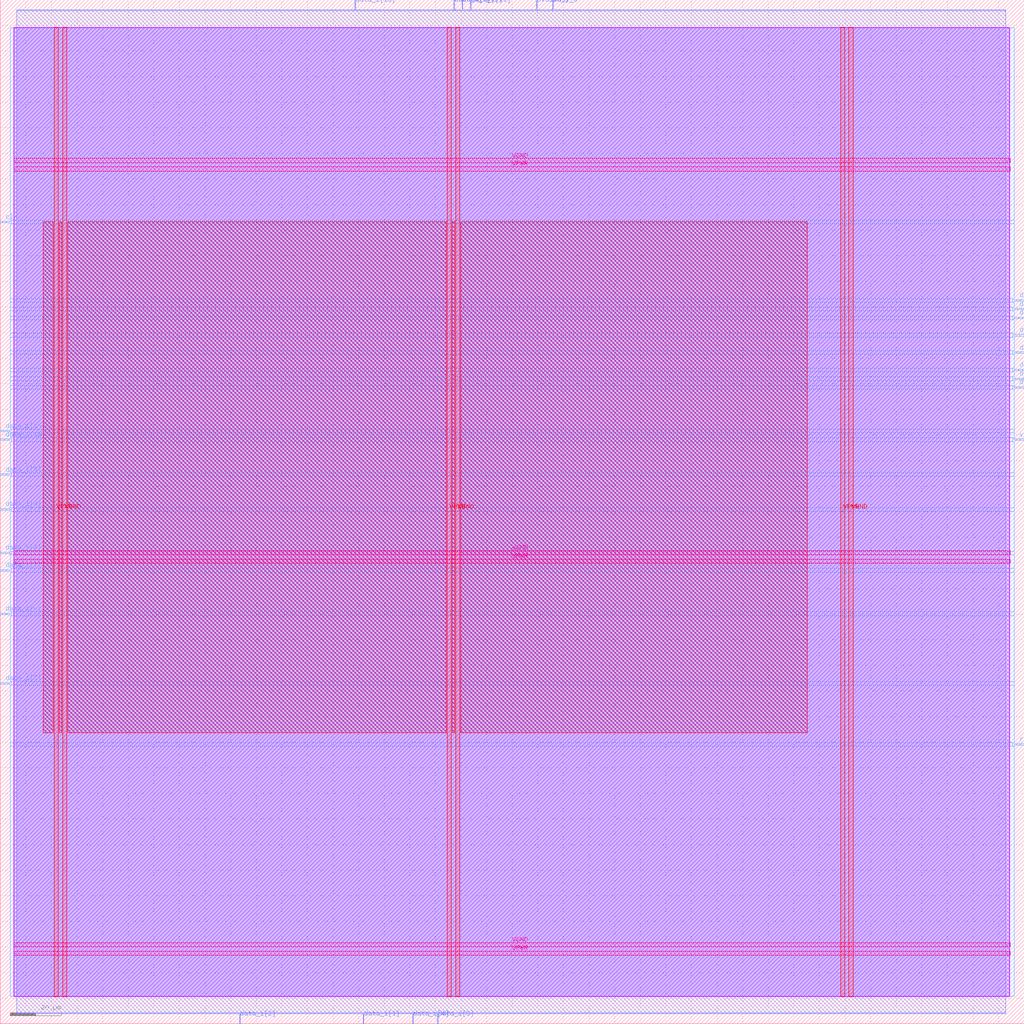
<source format=lef>
VERSION 5.7 ;
  NOWIREEXTENSIONATPIN ON ;
  DIVIDERCHAR "/" ;
  BUSBITCHARS "[]" ;
MACRO system_top
  CLASS BLOCK ;
  FOREIGN system_top ;
  ORIGIN 0.000 0.000 ;
  SIZE 400.000 BY 400.000 ;
  PIN VGND
    DIRECTION INOUT ;
    USE GROUND ;
    PORT
      LAYER met4 ;
        RECT 24.340 10.640 25.940 389.200 ;
    END
    PORT
      LAYER met4 ;
        RECT 177.940 10.640 179.540 389.200 ;
    END
    PORT
      LAYER met4 ;
        RECT 331.540 10.640 333.140 389.200 ;
    END
    PORT
      LAYER met5 ;
        RECT 5.280 30.030 394.460 31.630 ;
    END
    PORT
      LAYER met5 ;
        RECT 5.280 183.210 394.460 184.810 ;
    END
    PORT
      LAYER met5 ;
        RECT 5.280 336.390 394.460 337.990 ;
    END
  END VGND
  PIN VPWR
    DIRECTION INOUT ;
    USE POWER ;
    PORT
      LAYER met4 ;
        RECT 21.040 10.640 22.640 389.200 ;
    END
    PORT
      LAYER met4 ;
        RECT 174.640 10.640 176.240 389.200 ;
    END
    PORT
      LAYER met4 ;
        RECT 328.240 10.640 329.840 389.200 ;
    END
    PORT
      LAYER met5 ;
        RECT 5.280 26.730 394.460 28.330 ;
    END
    PORT
      LAYER met5 ;
        RECT 5.280 179.910 394.460 181.510 ;
    END
    PORT
      LAYER met5 ;
        RECT 5.280 333.090 394.460 334.690 ;
    END
  END VPWR
  PIN busy_o
    DIRECTION OUTPUT ;
    USE SIGNAL ;
    ANTENNADIFFAREA 0.340600 ;
    PORT
      LAYER met2 ;
        RECT 215.830 396.000 216.110 400.000 ;
    END
  END busy_o
  PIN clk
    DIRECTION INPUT ;
    USE SIGNAL ;
    ANTENNAGATEAREA 0.852000 ;
    ANTENNADIFFAREA 0.434700 ;
    PORT
      LAYER met3 ;
        RECT 0.000 312.840 4.000 313.440 ;
    END
  END clk
  PIN data_i[0]
    DIRECTION INPUT ;
    USE SIGNAL ;
    ANTENNAGATEAREA 0.213000 ;
    ANTENNADIFFAREA 0.434700 ;
    PORT
      LAYER met3 ;
        RECT 0.000 159.840 4.000 160.440 ;
    END
  END data_i[0]
  PIN data_i[10]
    DIRECTION INPUT ;
    USE SIGNAL ;
    ANTENNAGATEAREA 0.159000 ;
    ANTENNADIFFAREA 0.434700 ;
    PORT
      LAYER met3 ;
        RECT 0.000 231.240 4.000 231.840 ;
    END
  END data_i[10]
  PIN data_i[11]
    DIRECTION INPUT ;
    USE SIGNAL ;
    ANTENNAGATEAREA 0.159000 ;
    ANTENNADIFFAREA 0.434700 ;
    PORT
      LAYER met2 ;
        RECT 183.630 396.000 183.910 400.000 ;
    END
  END data_i[11]
  PIN data_i[12]
    DIRECTION INPUT ;
    USE SIGNAL ;
    ANTENNAGATEAREA 0.159000 ;
    ANTENNADIFFAREA 0.434700 ;
    PORT
      LAYER met3 ;
        RECT 0.000 227.840 4.000 228.440 ;
    END
  END data_i[12]
  PIN data_i[13]
    DIRECTION INPUT ;
    USE SIGNAL ;
    ANTENNAGATEAREA 0.159000 ;
    ANTENNADIFFAREA 0.434700 ;
    PORT
      LAYER met2 ;
        RECT 180.410 396.000 180.690 400.000 ;
    END
  END data_i[13]
  PIN data_i[14]
    DIRECTION INPUT ;
    USE SIGNAL ;
    ANTENNAGATEAREA 0.159000 ;
    ANTENNADIFFAREA 0.434700 ;
    PORT
      LAYER met2 ;
        RECT 177.190 396.000 177.470 400.000 ;
    END
  END data_i[14]
  PIN data_i[15]
    DIRECTION INPUT ;
    USE SIGNAL ;
    ANTENNAGATEAREA 0.213000 ;
    ANTENNADIFFAREA 0.434700 ;
    PORT
      LAYER met2 ;
        RECT 138.550 396.000 138.830 400.000 ;
    END
  END data_i[15]
  PIN data_i[1]
    DIRECTION INPUT ;
    USE SIGNAL ;
    ANTENNAGATEAREA 0.213000 ;
    ANTENNADIFFAREA 0.434700 ;
    PORT
      LAYER met2 ;
        RECT 141.770 0.000 142.050 4.000 ;
    END
  END data_i[1]
  PIN data_i[2]
    DIRECTION INPUT ;
    USE SIGNAL ;
    ANTENNAGATEAREA 0.159000 ;
    ANTENNADIFFAREA 0.434700 ;
    PORT
      LAYER met2 ;
        RECT 93.470 0.000 93.750 4.000 ;
    END
  END data_i[2]
  PIN data_i[3]
    DIRECTION INPUT ;
    USE SIGNAL ;
    ANTENNAGATEAREA 0.213000 ;
    ANTENNADIFFAREA 0.434700 ;
    PORT
      LAYER met3 ;
        RECT 0.000 132.640 4.000 133.240 ;
    END
  END data_i[3]
  PIN data_i[4]
    DIRECTION INPUT ;
    USE SIGNAL ;
    ANTENNAGATEAREA 0.159000 ;
    ANTENNADIFFAREA 0.434700 ;
    PORT
      LAYER met2 ;
        RECT 161.090 0.000 161.370 4.000 ;
    END
  END data_i[4]
  PIN data_i[5]
    DIRECTION INPUT ;
    USE SIGNAL ;
    ANTENNAGATEAREA 0.159000 ;
    ANTENNADIFFAREA 0.434700 ;
    PORT
      LAYER met2 ;
        RECT 170.750 0.000 171.030 4.000 ;
    END
  END data_i[5]
  PIN data_i[6]
    DIRECTION INPUT ;
    USE SIGNAL ;
    ANTENNAGATEAREA 0.159000 ;
    ANTENNADIFFAREA 0.434700 ;
    PORT
      LAYER met3 ;
        RECT 0.000 183.640 4.000 184.240 ;
    END
  END data_i[6]
  PIN data_i[7]
    DIRECTION INPUT ;
    USE SIGNAL ;
    ANTENNAGATEAREA 0.159000 ;
    ANTENNADIFFAREA 0.434700 ;
    PORT
      LAYER met3 ;
        RECT 0.000 176.840 4.000 177.440 ;
    END
  END data_i[7]
  PIN data_i[8]
    DIRECTION INPUT ;
    USE SIGNAL ;
    ANTENNAGATEAREA 0.213000 ;
    ANTENNADIFFAREA 0.434700 ;
    PORT
      LAYER met3 ;
        RECT 0.000 200.640 4.000 201.240 ;
    END
  END data_i[8]
  PIN data_i[9]
    DIRECTION INPUT ;
    USE SIGNAL ;
    ANTENNAGATEAREA 0.159000 ;
    ANTENNADIFFAREA 0.434700 ;
    PORT
      LAYER met3 ;
        RECT 0.000 214.240 4.000 214.840 ;
    END
  END data_i[9]
  PIN data_o[0]
    DIRECTION OUTPUT ;
    USE SIGNAL ;
    ANTENNADIFFAREA 0.340600 ;
    PORT
      LAYER met3 ;
        RECT 396.000 282.240 400.000 282.840 ;
    END
  END data_o[0]
  PIN data_o[1]
    DIRECTION OUTPUT ;
    USE SIGNAL ;
    ANTENNADIFFAREA 0.340600 ;
    PORT
      LAYER met3 ;
        RECT 396.000 278.840 400.000 279.440 ;
    END
  END data_o[1]
  PIN data_o[2]
    DIRECTION OUTPUT ;
    USE SIGNAL ;
    ANTENNADIFFAREA 0.340600 ;
    PORT
      LAYER met3 ;
        RECT 396.000 275.440 400.000 276.040 ;
    END
  END data_o[2]
  PIN data_o[3]
    DIRECTION OUTPUT ;
    USE SIGNAL ;
    ANTENNADIFFAREA 0.340600 ;
    PORT
      LAYER met3 ;
        RECT 396.000 268.640 400.000 269.240 ;
    END
  END data_o[3]
  PIN data_o[4]
    DIRECTION OUTPUT ;
    USE SIGNAL ;
    ANTENNADIFFAREA 0.340600 ;
    PORT
      LAYER met3 ;
        RECT 396.000 261.840 400.000 262.440 ;
    END
  END data_o[4]
  PIN data_o[5]
    DIRECTION OUTPUT ;
    USE SIGNAL ;
    ANTENNADIFFAREA 0.340600 ;
    PORT
      LAYER met3 ;
        RECT 396.000 255.040 400.000 255.640 ;
    END
  END data_o[5]
  PIN data_o[6]
    DIRECTION OUTPUT ;
    USE SIGNAL ;
    ANTENNADIFFAREA 0.340600 ;
    PORT
      LAYER met3 ;
        RECT 396.000 251.640 400.000 252.240 ;
    END
  END data_o[6]
  PIN data_o[7]
    DIRECTION OUTPUT ;
    USE SIGNAL ;
    ANTENNADIFFAREA 0.340600 ;
    PORT
      LAYER met3 ;
        RECT 396.000 248.240 400.000 248.840 ;
    END
  END data_o[7]
  PIN dvalid_i
    DIRECTION INPUT ;
    USE SIGNAL ;
    ANTENNAGATEAREA 0.196500 ;
    ANTENNADIFFAREA 0.434700 ;
    PORT
      LAYER met2 ;
        RECT 209.390 396.000 209.670 400.000 ;
    END
  END dvalid_i
  PIN rst_n
    DIRECTION INPUT ;
    USE SIGNAL ;
    ANTENNAGATEAREA 0.196500 ;
    ANTENNADIFFAREA 0.434700 ;
    PORT
      LAYER met3 ;
        RECT 396.000 108.840 400.000 109.440 ;
    END
  END rst_n
  PIN valid_o
    DIRECTION OUTPUT ;
    USE SIGNAL ;
    ANTENNADIFFAREA 0.340600 ;
    PORT
      LAYER met3 ;
        RECT 396.000 227.840 400.000 228.440 ;
    END
  END valid_o
  OBS
      LAYER nwell ;
        RECT 5.330 10.795 394.410 389.150 ;
      LAYER li1 ;
        RECT 5.520 10.795 394.220 389.045 ;
      LAYER met1 ;
        RECT 5.520 10.640 394.220 389.200 ;
      LAYER met2 ;
        RECT 6.530 395.720 138.270 396.000 ;
        RECT 139.110 395.720 176.910 396.000 ;
        RECT 177.750 395.720 180.130 396.000 ;
        RECT 180.970 395.720 183.350 396.000 ;
        RECT 184.190 395.720 209.110 396.000 ;
        RECT 209.950 395.720 215.550 396.000 ;
        RECT 216.390 395.720 392.750 396.000 ;
        RECT 6.530 4.280 392.750 395.720 ;
        RECT 6.530 4.000 93.190 4.280 ;
        RECT 94.030 4.000 141.490 4.280 ;
        RECT 142.330 4.000 160.810 4.280 ;
        RECT 161.650 4.000 170.470 4.280 ;
        RECT 171.310 4.000 392.750 4.280 ;
      LAYER met3 ;
        RECT 4.000 313.840 396.000 389.125 ;
        RECT 4.400 312.440 396.000 313.840 ;
        RECT 4.000 283.240 396.000 312.440 ;
        RECT 4.000 281.840 395.600 283.240 ;
        RECT 4.000 279.840 396.000 281.840 ;
        RECT 4.000 278.440 395.600 279.840 ;
        RECT 4.000 276.440 396.000 278.440 ;
        RECT 4.000 275.040 395.600 276.440 ;
        RECT 4.000 269.640 396.000 275.040 ;
        RECT 4.000 268.240 395.600 269.640 ;
        RECT 4.000 262.840 396.000 268.240 ;
        RECT 4.000 261.440 395.600 262.840 ;
        RECT 4.000 256.040 396.000 261.440 ;
        RECT 4.000 254.640 395.600 256.040 ;
        RECT 4.000 252.640 396.000 254.640 ;
        RECT 4.000 251.240 395.600 252.640 ;
        RECT 4.000 249.240 396.000 251.240 ;
        RECT 4.000 247.840 395.600 249.240 ;
        RECT 4.000 232.240 396.000 247.840 ;
        RECT 4.400 230.840 396.000 232.240 ;
        RECT 4.000 228.840 396.000 230.840 ;
        RECT 4.400 227.440 395.600 228.840 ;
        RECT 4.000 215.240 396.000 227.440 ;
        RECT 4.400 213.840 396.000 215.240 ;
        RECT 4.000 201.640 396.000 213.840 ;
        RECT 4.400 200.240 396.000 201.640 ;
        RECT 4.000 184.640 396.000 200.240 ;
        RECT 4.400 183.240 396.000 184.640 ;
        RECT 4.000 177.840 396.000 183.240 ;
        RECT 4.400 176.440 396.000 177.840 ;
        RECT 4.000 160.840 396.000 176.440 ;
        RECT 4.400 159.440 396.000 160.840 ;
        RECT 4.000 133.640 396.000 159.440 ;
        RECT 4.400 132.240 396.000 133.640 ;
        RECT 4.000 109.840 396.000 132.240 ;
        RECT 4.000 108.440 395.600 109.840 ;
        RECT 4.000 10.715 396.000 108.440 ;
      LAYER met4 ;
        RECT 16.855 113.735 20.640 313.305 ;
        RECT 23.040 113.735 23.940 313.305 ;
        RECT 26.340 113.735 174.240 313.305 ;
        RECT 176.640 113.735 177.540 313.305 ;
        RECT 179.940 113.735 315.265 313.305 ;
  END
END system_top
END LIBRARY


</source>
